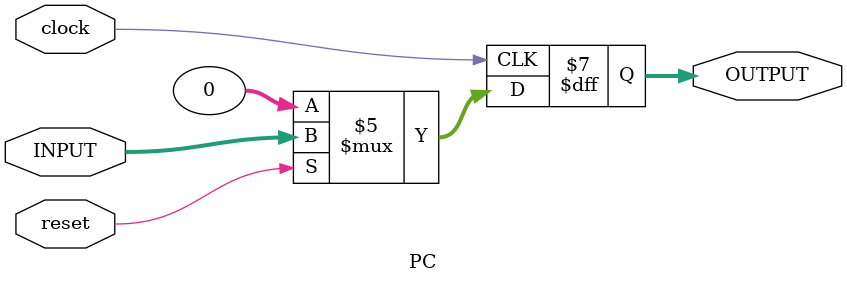
<source format=v>
`timescale 1ns / 1ps
module PC(clock, reset, INPUT, OUTPUT);
    input clock;
	 input reset;
	 input [31:0] INPUT;
	 output reg [31:0] OUTPUT;
	 initial begin
	    OUTPUT = 0;
	 end
	 always @ (posedge clock)
	 begin
	     if (!reset) OUTPUT = 32'b00000000000000000000000000000000;
		  else OUTPUT = INPUT;
	 end
	 /*always @ (reset)
	 begin
	     OUTPUT = 32'b00000000000000000000000000000000;
	 end*/

endmodule

</source>
